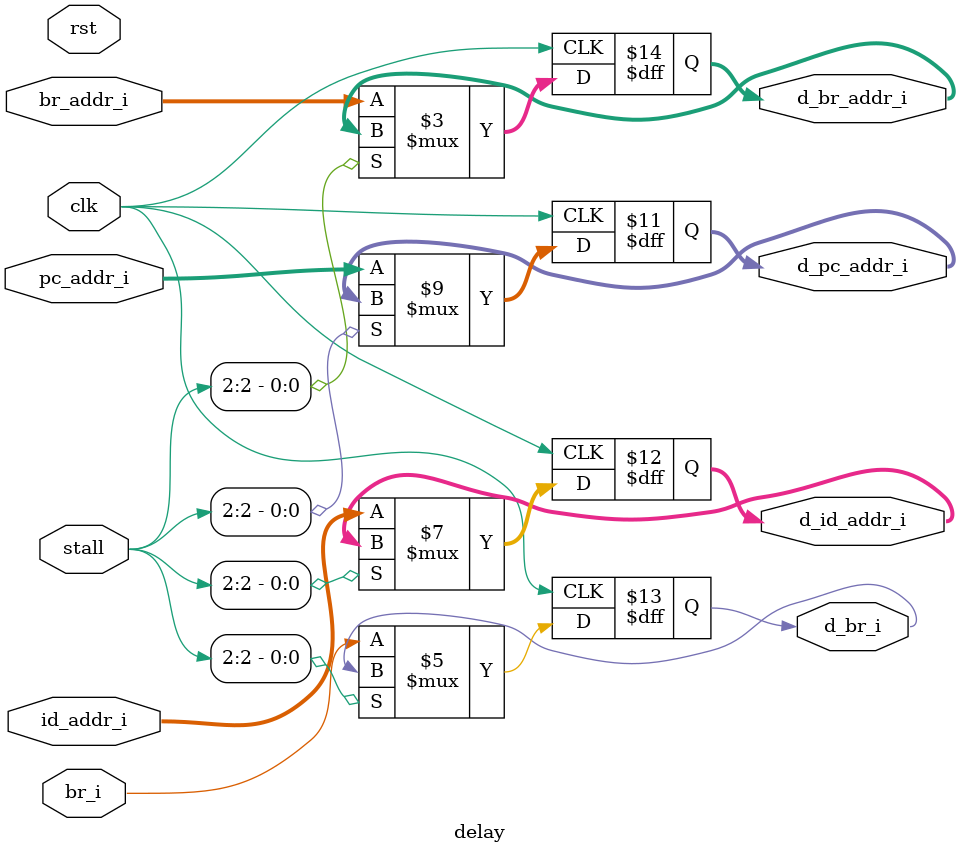
<source format=v>
module delay(
    input rst,
    input clk,
    
    input wire[31:0] pc_addr_i,
    input wire[31:0] id_addr_i,
    input wire br_i,
    input wire[31:0] br_addr_i,
    input wire[5:0] stall,
    
    output reg[31:0] d_pc_addr_i,
    output reg[31:0] d_id_addr_i,
    output reg d_br_i,
    output reg[31:0] d_br_addr_i
 );
    
    always @ (negedge clk)begin
       if(!stall[2])begin
            d_pc_addr_i <= pc_addr_i;
            d_id_addr_i <= id_addr_i;
            d_br_i <= br_i;
            d_br_addr_i <= br_addr_i;
       end
    end
endmodule

</source>
